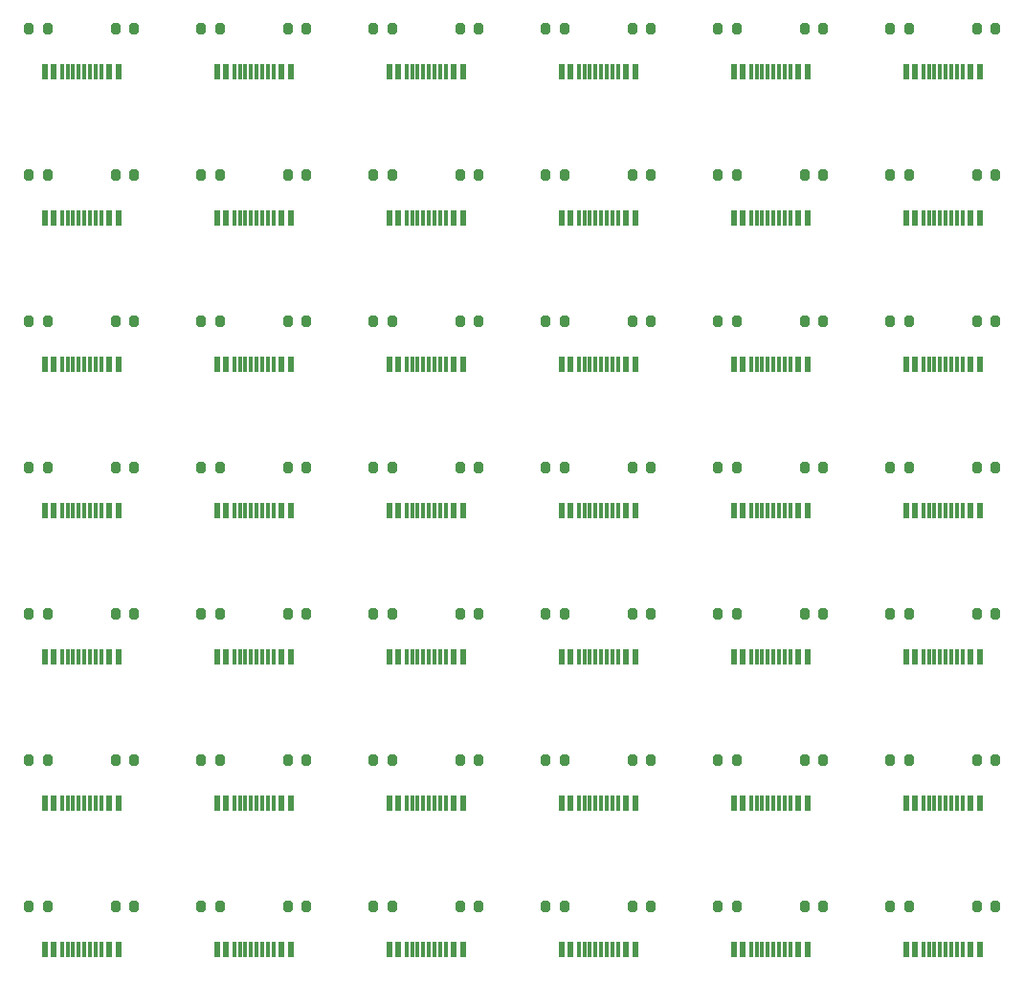
<source format=gbr>
%TF.GenerationSoftware,KiCad,Pcbnew,(6.0.7)*%
%TF.CreationDate,2023-04-16T01:29:03+08:00*%
%TF.ProjectId,typical,74797069-6361-46c2-9e6b-696361645f70,rev?*%
%TF.SameCoordinates,Original*%
%TF.FileFunction,Paste,Top*%
%TF.FilePolarity,Positive*%
%FSLAX46Y46*%
G04 Gerber Fmt 4.6, Leading zero omitted, Abs format (unit mm)*
G04 Created by KiCad (PCBNEW (6.0.7)) date 2023-04-16 01:29:03*
%MOMM*%
%LPD*%
G01*
G04 APERTURE LIST*
G04 Aperture macros list*
%AMRoundRect*
0 Rectangle with rounded corners*
0 $1 Rounding radius*
0 $2 $3 $4 $5 $6 $7 $8 $9 X,Y pos of 4 corners*
0 Add a 4 corners polygon primitive as box body*
4,1,4,$2,$3,$4,$5,$6,$7,$8,$9,$2,$3,0*
0 Add four circle primitives for the rounded corners*
1,1,$1+$1,$2,$3*
1,1,$1+$1,$4,$5*
1,1,$1+$1,$6,$7*
1,1,$1+$1,$8,$9*
0 Add four rect primitives between the rounded corners*
20,1,$1+$1,$2,$3,$4,$5,0*
20,1,$1+$1,$4,$5,$6,$7,0*
20,1,$1+$1,$6,$7,$8,$9,0*
20,1,$1+$1,$8,$9,$2,$3,0*%
G04 Aperture macros list end*
%ADD10R,0.600000X1.450000*%
%ADD11R,0.300000X1.450000*%
%ADD12RoundRect,0.200000X0.200000X0.275000X-0.200000X0.275000X-0.200000X-0.275000X0.200000X-0.275000X0*%
G04 APERTURE END LIST*
D10*
%TO.C,J1*%
X149785000Y-134385000D03*
X150585000Y-134385000D03*
D11*
X151285000Y-134385000D03*
X152285000Y-134385000D03*
X153785000Y-134385000D03*
X154785000Y-134385000D03*
D10*
X155485000Y-134385000D03*
X156285000Y-134385000D03*
X156285000Y-134385000D03*
X155485000Y-134385000D03*
D11*
X154285000Y-134385000D03*
X153285000Y-134385000D03*
X152785000Y-134385000D03*
X151785000Y-134385000D03*
D10*
X150585000Y-134385000D03*
X149785000Y-134385000D03*
%TD*%
D12*
%TO.C,R2*%
X156045000Y-130574000D03*
X157695000Y-130574000D03*
%TD*%
%TO.C,R1*%
X148370000Y-130574000D03*
X150020000Y-130574000D03*
%TD*%
%TO.C,R2*%
X140805000Y-130574000D03*
X142455000Y-130574000D03*
%TD*%
D10*
%TO.C,J1*%
X134545000Y-134385000D03*
X135345000Y-134385000D03*
D11*
X136045000Y-134385000D03*
X137045000Y-134385000D03*
X138545000Y-134385000D03*
X139545000Y-134385000D03*
D10*
X140245000Y-134385000D03*
X141045000Y-134385000D03*
X141045000Y-134385000D03*
X140245000Y-134385000D03*
D11*
X139045000Y-134385000D03*
X138045000Y-134385000D03*
X137545000Y-134385000D03*
X136545000Y-134385000D03*
D10*
X135345000Y-134385000D03*
X134545000Y-134385000D03*
%TD*%
D12*
%TO.C,R1*%
X133130000Y-130574000D03*
X134780000Y-130574000D03*
%TD*%
%TO.C,R2*%
X125565000Y-130574000D03*
X127215000Y-130574000D03*
%TD*%
D10*
%TO.C,J1*%
X119305000Y-134385000D03*
X120105000Y-134385000D03*
D11*
X120805000Y-134385000D03*
X121805000Y-134385000D03*
X123305000Y-134385000D03*
X124305000Y-134385000D03*
D10*
X125005000Y-134385000D03*
X125805000Y-134385000D03*
X125805000Y-134385000D03*
X125005000Y-134385000D03*
D11*
X123805000Y-134385000D03*
X122805000Y-134385000D03*
X122305000Y-134385000D03*
X121305000Y-134385000D03*
D10*
X120105000Y-134385000D03*
X119305000Y-134385000D03*
%TD*%
D12*
%TO.C,R1*%
X117890000Y-130574000D03*
X119540000Y-130574000D03*
%TD*%
%TO.C,R2*%
X110325000Y-130574000D03*
X111975000Y-130574000D03*
%TD*%
D10*
%TO.C,J1*%
X104065000Y-134385000D03*
X104865000Y-134385000D03*
D11*
X105565000Y-134385000D03*
X106565000Y-134385000D03*
X108065000Y-134385000D03*
X109065000Y-134385000D03*
D10*
X109765000Y-134385000D03*
X110565000Y-134385000D03*
X110565000Y-134385000D03*
X109765000Y-134385000D03*
D11*
X108565000Y-134385000D03*
X107565000Y-134385000D03*
X107065000Y-134385000D03*
X106065000Y-134385000D03*
D10*
X104865000Y-134385000D03*
X104065000Y-134385000D03*
%TD*%
D12*
%TO.C,R1*%
X102650000Y-130574000D03*
X104300000Y-130574000D03*
%TD*%
%TO.C,R2*%
X95085000Y-130574000D03*
X96735000Y-130574000D03*
%TD*%
D10*
%TO.C,J1*%
X88825000Y-134385000D03*
X89625000Y-134385000D03*
D11*
X90325000Y-134385000D03*
X91325000Y-134385000D03*
X92825000Y-134385000D03*
X93825000Y-134385000D03*
D10*
X94525000Y-134385000D03*
X95325000Y-134385000D03*
X95325000Y-134385000D03*
X94525000Y-134385000D03*
D11*
X93325000Y-134385000D03*
X92325000Y-134385000D03*
X91825000Y-134385000D03*
X90825000Y-134385000D03*
D10*
X89625000Y-134385000D03*
X88825000Y-134385000D03*
%TD*%
D12*
%TO.C,R1*%
X87410000Y-130574000D03*
X89060000Y-130574000D03*
%TD*%
%TO.C,R2*%
X79845000Y-130574000D03*
X81495000Y-130574000D03*
%TD*%
D10*
%TO.C,J1*%
X73585000Y-134385000D03*
X74385000Y-134385000D03*
D11*
X75085000Y-134385000D03*
X76085000Y-134385000D03*
X77585000Y-134385000D03*
X78585000Y-134385000D03*
D10*
X79285000Y-134385000D03*
X80085000Y-134385000D03*
X80085000Y-134385000D03*
X79285000Y-134385000D03*
D11*
X78085000Y-134385000D03*
X77085000Y-134385000D03*
X76585000Y-134385000D03*
X75585000Y-134385000D03*
D10*
X74385000Y-134385000D03*
X73585000Y-134385000D03*
%TD*%
D12*
%TO.C,R1*%
X72170000Y-130574000D03*
X73820000Y-130574000D03*
%TD*%
D10*
%TO.C,J1*%
X149785000Y-121431000D03*
X150585000Y-121431000D03*
D11*
X151285000Y-121431000D03*
X152285000Y-121431000D03*
X153785000Y-121431000D03*
X154785000Y-121431000D03*
D10*
X155485000Y-121431000D03*
X156285000Y-121431000D03*
X156285000Y-121431000D03*
X155485000Y-121431000D03*
D11*
X154285000Y-121431000D03*
X153285000Y-121431000D03*
X152785000Y-121431000D03*
X151785000Y-121431000D03*
D10*
X150585000Y-121431000D03*
X149785000Y-121431000D03*
%TD*%
D12*
%TO.C,R2*%
X156045000Y-117620000D03*
X157695000Y-117620000D03*
%TD*%
%TO.C,R1*%
X148370000Y-117620000D03*
X150020000Y-117620000D03*
%TD*%
%TO.C,R2*%
X140805000Y-117620000D03*
X142455000Y-117620000D03*
%TD*%
%TO.C,R1*%
X133130000Y-117620000D03*
X134780000Y-117620000D03*
%TD*%
D10*
%TO.C,J1*%
X134545000Y-121431000D03*
X135345000Y-121431000D03*
D11*
X136045000Y-121431000D03*
X137045000Y-121431000D03*
X138545000Y-121431000D03*
X139545000Y-121431000D03*
D10*
X140245000Y-121431000D03*
X141045000Y-121431000D03*
X141045000Y-121431000D03*
X140245000Y-121431000D03*
D11*
X139045000Y-121431000D03*
X138045000Y-121431000D03*
X137545000Y-121431000D03*
X136545000Y-121431000D03*
D10*
X135345000Y-121431000D03*
X134545000Y-121431000D03*
%TD*%
D12*
%TO.C,R2*%
X125565000Y-117620000D03*
X127215000Y-117620000D03*
%TD*%
D10*
%TO.C,J1*%
X119305000Y-121431000D03*
X120105000Y-121431000D03*
D11*
X120805000Y-121431000D03*
X121805000Y-121431000D03*
X123305000Y-121431000D03*
X124305000Y-121431000D03*
D10*
X125005000Y-121431000D03*
X125805000Y-121431000D03*
X125805000Y-121431000D03*
X125005000Y-121431000D03*
D11*
X123805000Y-121431000D03*
X122805000Y-121431000D03*
X122305000Y-121431000D03*
X121305000Y-121431000D03*
D10*
X120105000Y-121431000D03*
X119305000Y-121431000D03*
%TD*%
D12*
%TO.C,R1*%
X117890000Y-117620000D03*
X119540000Y-117620000D03*
%TD*%
%TO.C,R2*%
X110325000Y-117620000D03*
X111975000Y-117620000D03*
%TD*%
D10*
%TO.C,J1*%
X104065000Y-121431000D03*
X104865000Y-121431000D03*
D11*
X105565000Y-121431000D03*
X106565000Y-121431000D03*
X108065000Y-121431000D03*
X109065000Y-121431000D03*
D10*
X109765000Y-121431000D03*
X110565000Y-121431000D03*
X110565000Y-121431000D03*
X109765000Y-121431000D03*
D11*
X108565000Y-121431000D03*
X107565000Y-121431000D03*
X107065000Y-121431000D03*
X106065000Y-121431000D03*
D10*
X104865000Y-121431000D03*
X104065000Y-121431000D03*
%TD*%
D12*
%TO.C,R1*%
X102650000Y-117620000D03*
X104300000Y-117620000D03*
%TD*%
%TO.C,R2*%
X95085000Y-117620000D03*
X96735000Y-117620000D03*
%TD*%
D10*
%TO.C,J1*%
X88825000Y-121431000D03*
X89625000Y-121431000D03*
D11*
X90325000Y-121431000D03*
X91325000Y-121431000D03*
X92825000Y-121431000D03*
X93825000Y-121431000D03*
D10*
X94525000Y-121431000D03*
X95325000Y-121431000D03*
X95325000Y-121431000D03*
X94525000Y-121431000D03*
D11*
X93325000Y-121431000D03*
X92325000Y-121431000D03*
X91825000Y-121431000D03*
X90825000Y-121431000D03*
D10*
X89625000Y-121431000D03*
X88825000Y-121431000D03*
%TD*%
D12*
%TO.C,R1*%
X87410000Y-117620000D03*
X89060000Y-117620000D03*
%TD*%
%TO.C,R2*%
X79845000Y-117620000D03*
X81495000Y-117620000D03*
%TD*%
D10*
%TO.C,J1*%
X73585000Y-121431000D03*
X74385000Y-121431000D03*
D11*
X75085000Y-121431000D03*
X76085000Y-121431000D03*
X77585000Y-121431000D03*
X78585000Y-121431000D03*
D10*
X79285000Y-121431000D03*
X80085000Y-121431000D03*
X80085000Y-121431000D03*
X79285000Y-121431000D03*
D11*
X78085000Y-121431000D03*
X77085000Y-121431000D03*
X76585000Y-121431000D03*
X75585000Y-121431000D03*
D10*
X74385000Y-121431000D03*
X73585000Y-121431000D03*
%TD*%
D12*
%TO.C,R1*%
X72170000Y-117620000D03*
X73820000Y-117620000D03*
%TD*%
%TO.C,R2*%
X156045000Y-104666000D03*
X157695000Y-104666000D03*
%TD*%
D10*
%TO.C,J1*%
X149785000Y-108477000D03*
X150585000Y-108477000D03*
D11*
X151285000Y-108477000D03*
X152285000Y-108477000D03*
X153785000Y-108477000D03*
X154785000Y-108477000D03*
D10*
X155485000Y-108477000D03*
X156285000Y-108477000D03*
X156285000Y-108477000D03*
X155485000Y-108477000D03*
D11*
X154285000Y-108477000D03*
X153285000Y-108477000D03*
X152785000Y-108477000D03*
X151785000Y-108477000D03*
D10*
X150585000Y-108477000D03*
X149785000Y-108477000D03*
%TD*%
D12*
%TO.C,R1*%
X148370000Y-104666000D03*
X150020000Y-104666000D03*
%TD*%
D10*
%TO.C,J1*%
X134545000Y-108477000D03*
X135345000Y-108477000D03*
D11*
X136045000Y-108477000D03*
X137045000Y-108477000D03*
X138545000Y-108477000D03*
X139545000Y-108477000D03*
D10*
X140245000Y-108477000D03*
X141045000Y-108477000D03*
X141045000Y-108477000D03*
X140245000Y-108477000D03*
D11*
X139045000Y-108477000D03*
X138045000Y-108477000D03*
X137545000Y-108477000D03*
X136545000Y-108477000D03*
D10*
X135345000Y-108477000D03*
X134545000Y-108477000D03*
%TD*%
D12*
%TO.C,R1*%
X133130000Y-104666000D03*
X134780000Y-104666000D03*
%TD*%
%TO.C,R2*%
X140805000Y-104666000D03*
X142455000Y-104666000D03*
%TD*%
%TO.C,R2*%
X125565000Y-104666000D03*
X127215000Y-104666000D03*
%TD*%
%TO.C,R1*%
X117890000Y-104666000D03*
X119540000Y-104666000D03*
%TD*%
D10*
%TO.C,J1*%
X119305000Y-108477000D03*
X120105000Y-108477000D03*
D11*
X120805000Y-108477000D03*
X121805000Y-108477000D03*
X123305000Y-108477000D03*
X124305000Y-108477000D03*
D10*
X125005000Y-108477000D03*
X125805000Y-108477000D03*
X125805000Y-108477000D03*
X125005000Y-108477000D03*
D11*
X123805000Y-108477000D03*
X122805000Y-108477000D03*
X122305000Y-108477000D03*
X121305000Y-108477000D03*
D10*
X120105000Y-108477000D03*
X119305000Y-108477000D03*
%TD*%
D12*
%TO.C,R2*%
X110325000Y-104666000D03*
X111975000Y-104666000D03*
%TD*%
%TO.C,R1*%
X102650000Y-104666000D03*
X104300000Y-104666000D03*
%TD*%
D10*
%TO.C,J1*%
X104065000Y-108477000D03*
X104865000Y-108477000D03*
D11*
X105565000Y-108477000D03*
X106565000Y-108477000D03*
X108065000Y-108477000D03*
X109065000Y-108477000D03*
D10*
X109765000Y-108477000D03*
X110565000Y-108477000D03*
X110565000Y-108477000D03*
X109765000Y-108477000D03*
D11*
X108565000Y-108477000D03*
X107565000Y-108477000D03*
X107065000Y-108477000D03*
X106065000Y-108477000D03*
D10*
X104865000Y-108477000D03*
X104065000Y-108477000D03*
%TD*%
D12*
%TO.C,R2*%
X95085000Y-104666000D03*
X96735000Y-104666000D03*
%TD*%
%TO.C,R1*%
X87410000Y-104666000D03*
X89060000Y-104666000D03*
%TD*%
D10*
%TO.C,J1*%
X88825000Y-108477000D03*
X89625000Y-108477000D03*
D11*
X90325000Y-108477000D03*
X91325000Y-108477000D03*
X92825000Y-108477000D03*
X93825000Y-108477000D03*
D10*
X94525000Y-108477000D03*
X95325000Y-108477000D03*
X95325000Y-108477000D03*
X94525000Y-108477000D03*
D11*
X93325000Y-108477000D03*
X92325000Y-108477000D03*
X91825000Y-108477000D03*
X90825000Y-108477000D03*
D10*
X89625000Y-108477000D03*
X88825000Y-108477000D03*
%TD*%
D12*
%TO.C,R2*%
X79845000Y-104666000D03*
X81495000Y-104666000D03*
%TD*%
D10*
%TO.C,J1*%
X73585000Y-108477000D03*
X74385000Y-108477000D03*
D11*
X75085000Y-108477000D03*
X76085000Y-108477000D03*
X77585000Y-108477000D03*
X78585000Y-108477000D03*
D10*
X79285000Y-108477000D03*
X80085000Y-108477000D03*
X80085000Y-108477000D03*
X79285000Y-108477000D03*
D11*
X78085000Y-108477000D03*
X77085000Y-108477000D03*
X76585000Y-108477000D03*
X75585000Y-108477000D03*
D10*
X74385000Y-108477000D03*
X73585000Y-108477000D03*
%TD*%
D12*
%TO.C,R1*%
X72170000Y-104666000D03*
X73820000Y-104666000D03*
%TD*%
%TO.C,R2*%
X156045000Y-91712000D03*
X157695000Y-91712000D03*
%TD*%
D10*
%TO.C,J1*%
X149785000Y-95523000D03*
X150585000Y-95523000D03*
D11*
X151285000Y-95523000D03*
X152285000Y-95523000D03*
X153785000Y-95523000D03*
X154785000Y-95523000D03*
D10*
X155485000Y-95523000D03*
X156285000Y-95523000D03*
X156285000Y-95523000D03*
X155485000Y-95523000D03*
D11*
X154285000Y-95523000D03*
X153285000Y-95523000D03*
X152785000Y-95523000D03*
X151785000Y-95523000D03*
D10*
X150585000Y-95523000D03*
X149785000Y-95523000D03*
%TD*%
D12*
%TO.C,R1*%
X148370000Y-91712000D03*
X150020000Y-91712000D03*
%TD*%
%TO.C,R2*%
X140805000Y-91712000D03*
X142455000Y-91712000D03*
%TD*%
D10*
%TO.C,J1*%
X134545000Y-95523000D03*
X135345000Y-95523000D03*
D11*
X136045000Y-95523000D03*
X137045000Y-95523000D03*
X138545000Y-95523000D03*
X139545000Y-95523000D03*
D10*
X140245000Y-95523000D03*
X141045000Y-95523000D03*
X141045000Y-95523000D03*
X140245000Y-95523000D03*
D11*
X139045000Y-95523000D03*
X138045000Y-95523000D03*
X137545000Y-95523000D03*
X136545000Y-95523000D03*
D10*
X135345000Y-95523000D03*
X134545000Y-95523000D03*
%TD*%
D12*
%TO.C,R1*%
X133130000Y-91712000D03*
X134780000Y-91712000D03*
%TD*%
%TO.C,R2*%
X125565000Y-91712000D03*
X127215000Y-91712000D03*
%TD*%
D10*
%TO.C,J1*%
X119305000Y-95523000D03*
X120105000Y-95523000D03*
D11*
X120805000Y-95523000D03*
X121805000Y-95523000D03*
X123305000Y-95523000D03*
X124305000Y-95523000D03*
D10*
X125005000Y-95523000D03*
X125805000Y-95523000D03*
X125805000Y-95523000D03*
X125005000Y-95523000D03*
D11*
X123805000Y-95523000D03*
X122805000Y-95523000D03*
X122305000Y-95523000D03*
X121305000Y-95523000D03*
D10*
X120105000Y-95523000D03*
X119305000Y-95523000D03*
%TD*%
D12*
%TO.C,R1*%
X117890000Y-91712000D03*
X119540000Y-91712000D03*
%TD*%
%TO.C,R2*%
X110325000Y-91712000D03*
X111975000Y-91712000D03*
%TD*%
D10*
%TO.C,J1*%
X104065000Y-95523000D03*
X104865000Y-95523000D03*
D11*
X105565000Y-95523000D03*
X106565000Y-95523000D03*
X108065000Y-95523000D03*
X109065000Y-95523000D03*
D10*
X109765000Y-95523000D03*
X110565000Y-95523000D03*
X110565000Y-95523000D03*
X109765000Y-95523000D03*
D11*
X108565000Y-95523000D03*
X107565000Y-95523000D03*
X107065000Y-95523000D03*
X106065000Y-95523000D03*
D10*
X104865000Y-95523000D03*
X104065000Y-95523000D03*
%TD*%
D12*
%TO.C,R1*%
X102650000Y-91712000D03*
X104300000Y-91712000D03*
%TD*%
%TO.C,R2*%
X95085000Y-91712000D03*
X96735000Y-91712000D03*
%TD*%
D10*
%TO.C,J1*%
X88825000Y-95523000D03*
X89625000Y-95523000D03*
D11*
X90325000Y-95523000D03*
X91325000Y-95523000D03*
X92825000Y-95523000D03*
X93825000Y-95523000D03*
D10*
X94525000Y-95523000D03*
X95325000Y-95523000D03*
X95325000Y-95523000D03*
X94525000Y-95523000D03*
D11*
X93325000Y-95523000D03*
X92325000Y-95523000D03*
X91825000Y-95523000D03*
X90825000Y-95523000D03*
D10*
X89625000Y-95523000D03*
X88825000Y-95523000D03*
%TD*%
D12*
%TO.C,R1*%
X87410000Y-91712000D03*
X89060000Y-91712000D03*
%TD*%
%TO.C,R2*%
X79845000Y-91712000D03*
X81495000Y-91712000D03*
%TD*%
D10*
%TO.C,J1*%
X73585000Y-95523000D03*
X74385000Y-95523000D03*
D11*
X75085000Y-95523000D03*
X76085000Y-95523000D03*
X77585000Y-95523000D03*
X78585000Y-95523000D03*
D10*
X79285000Y-95523000D03*
X80085000Y-95523000D03*
X80085000Y-95523000D03*
X79285000Y-95523000D03*
D11*
X78085000Y-95523000D03*
X77085000Y-95523000D03*
X76585000Y-95523000D03*
X75585000Y-95523000D03*
D10*
X74385000Y-95523000D03*
X73585000Y-95523000D03*
%TD*%
D12*
%TO.C,R1*%
X72170000Y-91712000D03*
X73820000Y-91712000D03*
%TD*%
%TO.C,R2*%
X156045000Y-78758000D03*
X157695000Y-78758000D03*
%TD*%
D10*
%TO.C,J1*%
X149785000Y-82569000D03*
X150585000Y-82569000D03*
D11*
X151285000Y-82569000D03*
X152285000Y-82569000D03*
X153785000Y-82569000D03*
X154785000Y-82569000D03*
D10*
X155485000Y-82569000D03*
X156285000Y-82569000D03*
X156285000Y-82569000D03*
X155485000Y-82569000D03*
D11*
X154285000Y-82569000D03*
X153285000Y-82569000D03*
X152785000Y-82569000D03*
X151785000Y-82569000D03*
D10*
X150585000Y-82569000D03*
X149785000Y-82569000D03*
%TD*%
D12*
%TO.C,R1*%
X148370000Y-78758000D03*
X150020000Y-78758000D03*
%TD*%
%TO.C,R2*%
X140805000Y-78758000D03*
X142455000Y-78758000D03*
%TD*%
%TO.C,R1*%
X133130000Y-78758000D03*
X134780000Y-78758000D03*
%TD*%
D10*
%TO.C,J1*%
X134545000Y-82569000D03*
X135345000Y-82569000D03*
D11*
X136045000Y-82569000D03*
X137045000Y-82569000D03*
X138545000Y-82569000D03*
X139545000Y-82569000D03*
D10*
X140245000Y-82569000D03*
X141045000Y-82569000D03*
X141045000Y-82569000D03*
X140245000Y-82569000D03*
D11*
X139045000Y-82569000D03*
X138045000Y-82569000D03*
X137545000Y-82569000D03*
X136545000Y-82569000D03*
D10*
X135345000Y-82569000D03*
X134545000Y-82569000D03*
%TD*%
D12*
%TO.C,R2*%
X125565000Y-78758000D03*
X127215000Y-78758000D03*
%TD*%
D10*
%TO.C,J1*%
X119305000Y-82569000D03*
X120105000Y-82569000D03*
D11*
X120805000Y-82569000D03*
X121805000Y-82569000D03*
X123305000Y-82569000D03*
X124305000Y-82569000D03*
D10*
X125005000Y-82569000D03*
X125805000Y-82569000D03*
X125805000Y-82569000D03*
X125005000Y-82569000D03*
D11*
X123805000Y-82569000D03*
X122805000Y-82569000D03*
X122305000Y-82569000D03*
X121305000Y-82569000D03*
D10*
X120105000Y-82569000D03*
X119305000Y-82569000D03*
%TD*%
D12*
%TO.C,R1*%
X117890000Y-78758000D03*
X119540000Y-78758000D03*
%TD*%
%TO.C,R2*%
X110325000Y-78758000D03*
X111975000Y-78758000D03*
%TD*%
D10*
%TO.C,J1*%
X104065000Y-82569000D03*
X104865000Y-82569000D03*
D11*
X105565000Y-82569000D03*
X106565000Y-82569000D03*
X108065000Y-82569000D03*
X109065000Y-82569000D03*
D10*
X109765000Y-82569000D03*
X110565000Y-82569000D03*
X110565000Y-82569000D03*
X109765000Y-82569000D03*
D11*
X108565000Y-82569000D03*
X107565000Y-82569000D03*
X107065000Y-82569000D03*
X106065000Y-82569000D03*
D10*
X104865000Y-82569000D03*
X104065000Y-82569000D03*
%TD*%
D12*
%TO.C,R1*%
X102650000Y-78758000D03*
X104300000Y-78758000D03*
%TD*%
%TO.C,R2*%
X95085000Y-78758000D03*
X96735000Y-78758000D03*
%TD*%
D10*
%TO.C,J1*%
X88825000Y-82569000D03*
X89625000Y-82569000D03*
D11*
X90325000Y-82569000D03*
X91325000Y-82569000D03*
X92825000Y-82569000D03*
X93825000Y-82569000D03*
D10*
X94525000Y-82569000D03*
X95325000Y-82569000D03*
X95325000Y-82569000D03*
X94525000Y-82569000D03*
D11*
X93325000Y-82569000D03*
X92325000Y-82569000D03*
X91825000Y-82569000D03*
X90825000Y-82569000D03*
D10*
X89625000Y-82569000D03*
X88825000Y-82569000D03*
%TD*%
D12*
%TO.C,R1*%
X87410000Y-78758000D03*
X89060000Y-78758000D03*
%TD*%
%TO.C,R2*%
X79845000Y-78758000D03*
X81495000Y-78758000D03*
%TD*%
D10*
%TO.C,J1*%
X73585000Y-82569000D03*
X74385000Y-82569000D03*
D11*
X75085000Y-82569000D03*
X76085000Y-82569000D03*
X77585000Y-82569000D03*
X78585000Y-82569000D03*
D10*
X79285000Y-82569000D03*
X80085000Y-82569000D03*
X80085000Y-82569000D03*
X79285000Y-82569000D03*
D11*
X78085000Y-82569000D03*
X77085000Y-82569000D03*
X76585000Y-82569000D03*
X75585000Y-82569000D03*
D10*
X74385000Y-82569000D03*
X73585000Y-82569000D03*
%TD*%
D12*
%TO.C,R1*%
X72170000Y-78758000D03*
X73820000Y-78758000D03*
%TD*%
%TO.C,R2*%
X156045000Y-65804000D03*
X157695000Y-65804000D03*
%TD*%
D10*
%TO.C,J1*%
X149785000Y-69615000D03*
X150585000Y-69615000D03*
D11*
X151285000Y-69615000D03*
X152285000Y-69615000D03*
X153785000Y-69615000D03*
X154785000Y-69615000D03*
D10*
X155485000Y-69615000D03*
X156285000Y-69615000D03*
X156285000Y-69615000D03*
X155485000Y-69615000D03*
D11*
X154285000Y-69615000D03*
X153285000Y-69615000D03*
X152785000Y-69615000D03*
X151785000Y-69615000D03*
D10*
X150585000Y-69615000D03*
X149785000Y-69615000D03*
%TD*%
D12*
%TO.C,R1*%
X148370000Y-65804000D03*
X150020000Y-65804000D03*
%TD*%
%TO.C,R2*%
X140805000Y-65804000D03*
X142455000Y-65804000D03*
%TD*%
%TO.C,R1*%
X133130000Y-65804000D03*
X134780000Y-65804000D03*
%TD*%
D10*
%TO.C,J1*%
X134545000Y-69615000D03*
X135345000Y-69615000D03*
D11*
X136045000Y-69615000D03*
X137045000Y-69615000D03*
X138545000Y-69615000D03*
X139545000Y-69615000D03*
D10*
X140245000Y-69615000D03*
X141045000Y-69615000D03*
X141045000Y-69615000D03*
X140245000Y-69615000D03*
D11*
X139045000Y-69615000D03*
X138045000Y-69615000D03*
X137545000Y-69615000D03*
X136545000Y-69615000D03*
D10*
X135345000Y-69615000D03*
X134545000Y-69615000D03*
%TD*%
%TO.C,J1*%
X119305000Y-69615000D03*
X120105000Y-69615000D03*
D11*
X120805000Y-69615000D03*
X121805000Y-69615000D03*
X123305000Y-69615000D03*
X124305000Y-69615000D03*
D10*
X125005000Y-69615000D03*
X125805000Y-69615000D03*
X125805000Y-69615000D03*
X125005000Y-69615000D03*
D11*
X123805000Y-69615000D03*
X122805000Y-69615000D03*
X122305000Y-69615000D03*
X121305000Y-69615000D03*
D10*
X120105000Y-69615000D03*
X119305000Y-69615000D03*
%TD*%
D12*
%TO.C,R2*%
X125565000Y-65804000D03*
X127215000Y-65804000D03*
%TD*%
%TO.C,R1*%
X117890000Y-65804000D03*
X119540000Y-65804000D03*
%TD*%
%TO.C,R2*%
X110325000Y-65804000D03*
X111975000Y-65804000D03*
%TD*%
D10*
%TO.C,J1*%
X104065000Y-69615000D03*
X104865000Y-69615000D03*
D11*
X105565000Y-69615000D03*
X106565000Y-69615000D03*
X108065000Y-69615000D03*
X109065000Y-69615000D03*
D10*
X109765000Y-69615000D03*
X110565000Y-69615000D03*
X110565000Y-69615000D03*
X109765000Y-69615000D03*
D11*
X108565000Y-69615000D03*
X107565000Y-69615000D03*
X107065000Y-69615000D03*
X106065000Y-69615000D03*
D10*
X104865000Y-69615000D03*
X104065000Y-69615000D03*
%TD*%
D12*
%TO.C,R1*%
X102650000Y-65804000D03*
X104300000Y-65804000D03*
%TD*%
%TO.C,R2*%
X95085000Y-65804000D03*
X96735000Y-65804000D03*
%TD*%
D10*
%TO.C,J1*%
X88825000Y-69615000D03*
X89625000Y-69615000D03*
D11*
X90325000Y-69615000D03*
X91325000Y-69615000D03*
X92825000Y-69615000D03*
X93825000Y-69615000D03*
D10*
X94525000Y-69615000D03*
X95325000Y-69615000D03*
X95325000Y-69615000D03*
X94525000Y-69615000D03*
D11*
X93325000Y-69615000D03*
X92325000Y-69615000D03*
X91825000Y-69615000D03*
X90825000Y-69615000D03*
D10*
X89625000Y-69615000D03*
X88825000Y-69615000D03*
%TD*%
D12*
%TO.C,R1*%
X87410000Y-65804000D03*
X89060000Y-65804000D03*
%TD*%
%TO.C,R2*%
X79845000Y-65804000D03*
X81495000Y-65804000D03*
%TD*%
D10*
%TO.C,J1*%
X73585000Y-69615000D03*
X74385000Y-69615000D03*
D11*
X75085000Y-69615000D03*
X76085000Y-69615000D03*
X77585000Y-69615000D03*
X78585000Y-69615000D03*
D10*
X79285000Y-69615000D03*
X80085000Y-69615000D03*
X80085000Y-69615000D03*
X79285000Y-69615000D03*
D11*
X78085000Y-69615000D03*
X77085000Y-69615000D03*
X76585000Y-69615000D03*
X75585000Y-69615000D03*
D10*
X74385000Y-69615000D03*
X73585000Y-69615000D03*
%TD*%
D12*
%TO.C,R1*%
X72170000Y-65804000D03*
X73820000Y-65804000D03*
%TD*%
%TO.C,R2*%
X156045000Y-52850000D03*
X157695000Y-52850000D03*
%TD*%
D10*
%TO.C,J1*%
X149785000Y-56661000D03*
X150585000Y-56661000D03*
D11*
X151285000Y-56661000D03*
X152285000Y-56661000D03*
X153785000Y-56661000D03*
X154785000Y-56661000D03*
D10*
X155485000Y-56661000D03*
X156285000Y-56661000D03*
X156285000Y-56661000D03*
X155485000Y-56661000D03*
D11*
X154285000Y-56661000D03*
X153285000Y-56661000D03*
X152785000Y-56661000D03*
X151785000Y-56661000D03*
D10*
X150585000Y-56661000D03*
X149785000Y-56661000D03*
%TD*%
D12*
%TO.C,R1*%
X148370000Y-52850000D03*
X150020000Y-52850000D03*
%TD*%
%TO.C,R2*%
X140805000Y-52850000D03*
X142455000Y-52850000D03*
%TD*%
D10*
%TO.C,J1*%
X134545000Y-56661000D03*
X135345000Y-56661000D03*
D11*
X136045000Y-56661000D03*
X137045000Y-56661000D03*
X138545000Y-56661000D03*
X139545000Y-56661000D03*
D10*
X140245000Y-56661000D03*
X141045000Y-56661000D03*
X141045000Y-56661000D03*
X140245000Y-56661000D03*
D11*
X139045000Y-56661000D03*
X138045000Y-56661000D03*
X137545000Y-56661000D03*
X136545000Y-56661000D03*
D10*
X135345000Y-56661000D03*
X134545000Y-56661000D03*
%TD*%
D12*
%TO.C,R1*%
X133130000Y-52850000D03*
X134780000Y-52850000D03*
%TD*%
D10*
%TO.C,J1*%
X119305000Y-56661000D03*
X120105000Y-56661000D03*
D11*
X120805000Y-56661000D03*
X121805000Y-56661000D03*
X123305000Y-56661000D03*
X124305000Y-56661000D03*
D10*
X125005000Y-56661000D03*
X125805000Y-56661000D03*
X125805000Y-56661000D03*
X125005000Y-56661000D03*
D11*
X123805000Y-56661000D03*
X122805000Y-56661000D03*
X122305000Y-56661000D03*
X121305000Y-56661000D03*
D10*
X120105000Y-56661000D03*
X119305000Y-56661000D03*
%TD*%
D12*
%TO.C,R1*%
X117890000Y-52850000D03*
X119540000Y-52850000D03*
%TD*%
%TO.C,R2*%
X125565000Y-52850000D03*
X127215000Y-52850000D03*
%TD*%
%TO.C,R2*%
X110325000Y-52850000D03*
X111975000Y-52850000D03*
%TD*%
D10*
%TO.C,J1*%
X104065000Y-56661000D03*
X104865000Y-56661000D03*
D11*
X105565000Y-56661000D03*
X106565000Y-56661000D03*
X108065000Y-56661000D03*
X109065000Y-56661000D03*
D10*
X109765000Y-56661000D03*
X110565000Y-56661000D03*
X110565000Y-56661000D03*
X109765000Y-56661000D03*
D11*
X108565000Y-56661000D03*
X107565000Y-56661000D03*
X107065000Y-56661000D03*
X106065000Y-56661000D03*
D10*
X104865000Y-56661000D03*
X104065000Y-56661000D03*
%TD*%
D12*
%TO.C,R1*%
X102650000Y-52850000D03*
X104300000Y-52850000D03*
%TD*%
%TO.C,R2*%
X95085000Y-52850000D03*
X96735000Y-52850000D03*
%TD*%
D10*
%TO.C,J1*%
X88825000Y-56661000D03*
X89625000Y-56661000D03*
D11*
X90325000Y-56661000D03*
X91325000Y-56661000D03*
X92825000Y-56661000D03*
X93825000Y-56661000D03*
D10*
X94525000Y-56661000D03*
X95325000Y-56661000D03*
X95325000Y-56661000D03*
X94525000Y-56661000D03*
D11*
X93325000Y-56661000D03*
X92325000Y-56661000D03*
X91825000Y-56661000D03*
X90825000Y-56661000D03*
D10*
X89625000Y-56661000D03*
X88825000Y-56661000D03*
%TD*%
D12*
%TO.C,R1*%
X87410000Y-52850000D03*
X89060000Y-52850000D03*
%TD*%
%TO.C,R2*%
X79845000Y-52850000D03*
X81495000Y-52850000D03*
%TD*%
D10*
%TO.C,J1*%
X73585000Y-56661000D03*
X74385000Y-56661000D03*
D11*
X75085000Y-56661000D03*
X76085000Y-56661000D03*
X77585000Y-56661000D03*
X78585000Y-56661000D03*
D10*
X79285000Y-56661000D03*
X80085000Y-56661000D03*
X80085000Y-56661000D03*
X79285000Y-56661000D03*
D11*
X78085000Y-56661000D03*
X77085000Y-56661000D03*
X76585000Y-56661000D03*
X75585000Y-56661000D03*
D10*
X74385000Y-56661000D03*
X73585000Y-56661000D03*
%TD*%
D12*
%TO.C,R1*%
X72170000Y-52850000D03*
X73820000Y-52850000D03*
%TD*%
M02*

</source>
